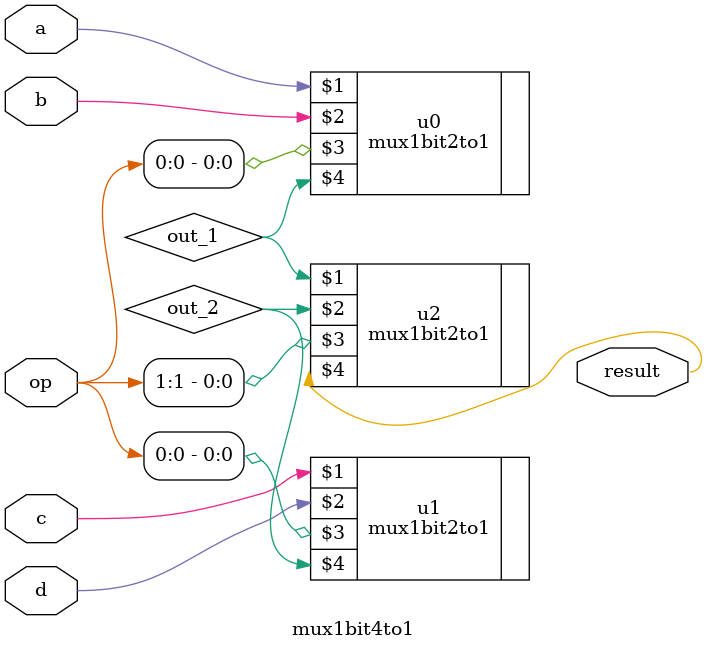
<source format=v>
`timescale 1ns / 1ps

module mux1bit4to1(a, b, c, d, op, result);
input a, b, c, d;
input [1:0]op;
output result;

wire out_1, out_2;

mux1bit2to1 u0(a, b, op[0], out_1);
mux1bit2to1 u1(c, d, op[0], out_2);
mux1bit2to1 u2(out_1, out_2,  op[1], result);

endmodule

</source>
